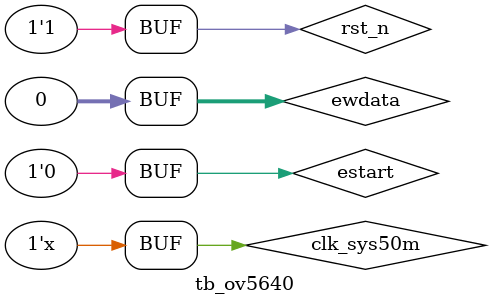
<source format=v>
`timescale 1ns / 1ps


module tb_ov5640;

	// Inputs
	reg clk_sys50m;
	reg clk_sys24m;
	reg rst_n;
	reg estart;
	reg [31:0] ewdata;

	// Outputs
	wire ov5640_pwdn;
	wire ov5640_rst_n;
	wire ov5640_xclk;
	wire ov5640_iic_scl;
	wire [7:0] riic_data;

	// Bidirs
	wire ov5640_iic_sda;

	// Instantiate the Unit Under Test (UUT)
	ov5640_top uut (
		.clk_sys50m(clk_sys50m), 
		.clk_sys24m(), 
		.rst_n(rst_n), 
		.ov5640_pwdn(ov5640_pwdn), 
		.ov5640_rst_n(ov5640_rst_n), 
		.ov5640_xclk(ov5640_xclk), 
		.ov5640_iic_scl(ov5640_iic_scl), 
		.ov5640_iic_sda(ov5640_iic_sda), 
		.estart(estart), 
		.ewdata(ewdata), 
		.riic_data(riic_data)
	);
always #10 clk_sys50m = ~clk_sys50m;
	initial begin
		// Initialize Inputs
		clk_sys50m = 0;
		//clk_sys24m = 0;
		rst_n = 0;
		estart = 0;
		ewdata = 0;

		// Wait 100 ns for global reset to finish
		#100;
		rst_n = 1;
        
		// Add stimulus here

	end
      
endmodule


</source>
